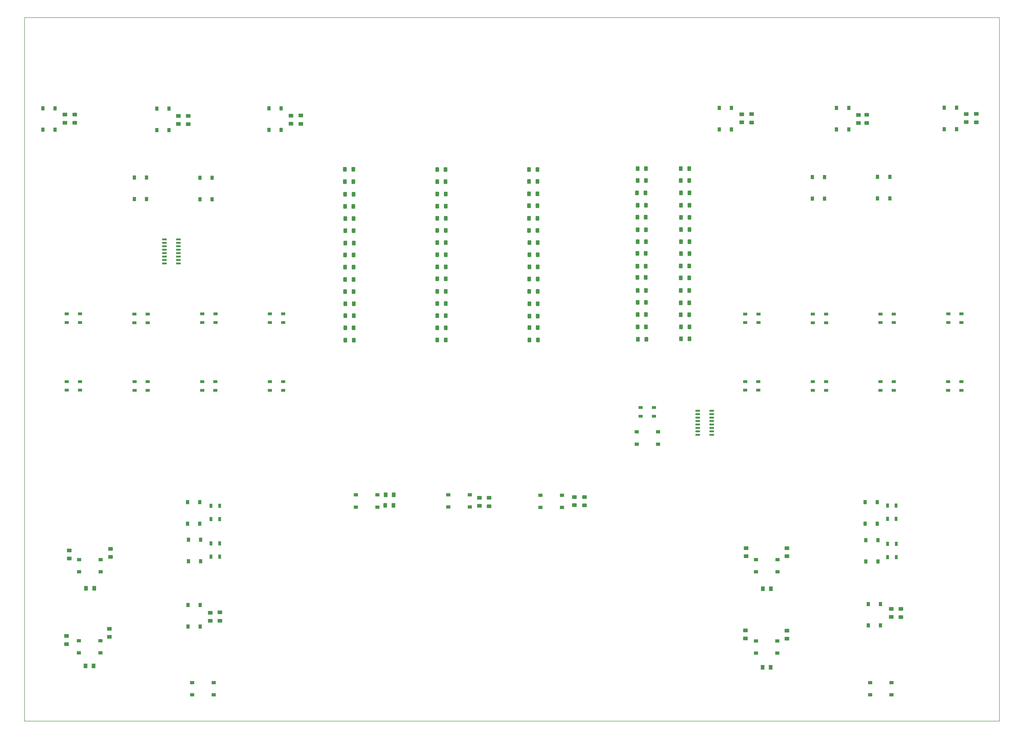
<source format=gtp>
%TF.GenerationSoftware,KiCad,Pcbnew,5.99.0-unknown-91e456113f~131~ubuntu20.04.1*%
%TF.CreationDate,2021-09-21T13:44:59+02:00*%
%TF.ProjectId,Mixduino,4d697864-7569-46e6-9f2e-6b696361645f,rev?*%
%TF.SameCoordinates,Original*%
%TF.FileFunction,Paste,Top*%
%TF.FilePolarity,Positive*%
%FSLAX46Y46*%
G04 Gerber Fmt 4.6, Leading zero omitted, Abs format (unit mm)*
G04 Created by KiCad (PCBNEW 5.99.0-unknown-91e456113f~131~ubuntu20.04.1) date 2021-09-21 13:44:59*
%MOMM*%
%LPD*%
G01*
G04 APERTURE LIST*
G04 Aperture macros list*
%AMRoundRect*
0 Rectangle with rounded corners*
0 $1 Rounding radius*
0 $2 $3 $4 $5 $6 $7 $8 $9 X,Y pos of 4 corners*
0 Add a 4 corners polygon primitive as box body*
4,1,4,$2,$3,$4,$5,$6,$7,$8,$9,$2,$3,0*
0 Add four circle primitives for the rounded corners*
1,1,$1+$1,$2,$3*
1,1,$1+$1,$4,$5*
1,1,$1+$1,$6,$7*
1,1,$1+$1,$8,$9*
0 Add four rect primitives between the rounded corners*
20,1,$1+$1,$2,$3,$4,$5,0*
20,1,$1+$1,$4,$5,$6,$7,0*
20,1,$1+$1,$6,$7,$8,$9,0*
20,1,$1+$1,$8,$9,$2,$3,0*%
G04 Aperture macros list end*
%TA.AperFunction,Profile*%
%ADD10C,0.150000*%
%TD*%
%ADD11RoundRect,0.250000X-0.625000X0.400000X-0.625000X-0.400000X0.625000X-0.400000X0.625000X0.400000X0*%
%ADD12R,1.300000X1.550000*%
%ADD13RoundRect,0.250000X0.400000X0.625000X-0.400000X0.625000X-0.400000X-0.625000X0.400000X-0.625000X0*%
%ADD14R,1.500000X1.000000*%
%ADD15R,1.550000X1.300000*%
%ADD16RoundRect,0.250000X0.625000X-0.400000X0.625000X0.400000X-0.625000X0.400000X-0.625000X-0.400000X0*%
%ADD17RoundRect,0.150000X-0.725000X-0.150000X0.725000X-0.150000X0.725000X0.150000X-0.725000X0.150000X0*%
%ADD18RoundRect,0.250001X-0.624999X0.462499X-0.624999X-0.462499X0.624999X-0.462499X0.624999X0.462499X0*%
%ADD19RoundRect,0.250001X0.624999X-0.462499X0.624999X0.462499X-0.624999X0.462499X-0.624999X-0.462499X0*%
%ADD20RoundRect,0.250001X-0.462499X-0.624999X0.462499X-0.624999X0.462499X0.624999X-0.462499X0.624999X0*%
%ADD21RoundRect,0.150000X0.725000X0.150000X-0.725000X0.150000X-0.725000X-0.150000X0.725000X-0.150000X0*%
%ADD22R,1.000000X1.500000*%
G04 APERTURE END LIST*
D10*
X479000000Y-311000000D02*
X119000000Y-311000000D01*
X119000000Y-311000000D02*
X119000000Y-51000000D01*
X479000000Y-51000000D02*
X479000000Y-311000000D01*
X119000000Y-51000000D02*
X479000000Y-51000000D01*
D11*
%TO.C,R5*%
X387500000Y-86650000D03*
X387500000Y-89750000D03*
%TD*%
D12*
%TO.C,SW25*%
X435030000Y-267675000D03*
X435030000Y-275625000D03*
X430530000Y-267675000D03*
X430530000Y-275625000D03*
%TD*%
%TO.C,SW16*%
X179490000Y-243945000D03*
X179490000Y-251895000D03*
X183990000Y-243945000D03*
X183990000Y-251895000D03*
%TD*%
D13*
%TO.C,R73*%
X348364800Y-124699000D03*
X345264800Y-124699000D03*
%TD*%
%TO.C,R67*%
X308484400Y-165503800D03*
X305384400Y-165503800D03*
%TD*%
%TO.C,R52*%
X274495437Y-165603800D03*
X271395437Y-165603800D03*
%TD*%
%TO.C,R63*%
X308434400Y-147603800D03*
X305334400Y-147603800D03*
%TD*%
D14*
%TO.C,NP2*%
X159555000Y-160504900D03*
X159555000Y-163704900D03*
X164455000Y-163704900D03*
X164455000Y-160504900D03*
%TD*%
D15*
%TO.C,SW13*%
X139105000Y-251280000D03*
X147055000Y-251280000D03*
X147055000Y-255780000D03*
X139105000Y-255780000D03*
%TD*%
D13*
%TO.C,R91*%
X364491200Y-138172000D03*
X361391200Y-138172000D03*
%TD*%
D14*
%TO.C,NP19*%
X346470000Y-195070000D03*
X346470000Y-198270000D03*
X351370000Y-198270000D03*
X351370000Y-195070000D03*
%TD*%
D16*
%TO.C,R2*%
X442600000Y-272550000D03*
X442600000Y-269450000D03*
%TD*%
D17*
%TO.C,SR-FB-LEFT1*%
X170625000Y-132955000D03*
X170625000Y-134225000D03*
X170625000Y-135495000D03*
X170625000Y-136765000D03*
X170625000Y-138035000D03*
X170625000Y-139305000D03*
X170625000Y-140575000D03*
X170625000Y-141845000D03*
X175775000Y-141845000D03*
X175775000Y-140575000D03*
X175775000Y-139305000D03*
X175775000Y-138035000D03*
X175775000Y-136765000D03*
X175775000Y-135495000D03*
X175775000Y-134225000D03*
X175775000Y-132955000D03*
%TD*%
D15*
%TO.C,SW28*%
X352955000Y-208580000D03*
X345005000Y-208580000D03*
X352955000Y-204080000D03*
X345005000Y-204080000D03*
%TD*%
D14*
%TO.C,NP13*%
X410065000Y-185510000D03*
X410065000Y-188710000D03*
X414965000Y-188710000D03*
X414965000Y-185510000D03*
%TD*%
D13*
%TO.C,R72*%
X348464800Y-120299000D03*
X345364800Y-120299000D03*
%TD*%
%TO.C,R85*%
X364391200Y-111172000D03*
X361291200Y-111172000D03*
%TD*%
D15*
%TO.C,SW26*%
X309513000Y-227452000D03*
X317463000Y-227452000D03*
X317463000Y-231952000D03*
X309513000Y-231952000D03*
%TD*%
D14*
%TO.C,NP1*%
X134570000Y-160480000D03*
X134570000Y-163680000D03*
X139470000Y-163680000D03*
X139470000Y-160480000D03*
%TD*%
D12*
%TO.C,SW10*%
X167810000Y-84555000D03*
X167810000Y-92505000D03*
X172310000Y-92505000D03*
X172310000Y-84555000D03*
%TD*%
%TO.C,SW24*%
X433870000Y-238015000D03*
X433870000Y-230065000D03*
X429370000Y-238015000D03*
X429370000Y-230065000D03*
%TD*%
D18*
%TO.C,D2*%
X439000000Y-269512500D03*
X439000000Y-272487500D03*
%TD*%
D13*
%TO.C,R60*%
X308484400Y-134103800D03*
X305384400Y-134103800D03*
%TD*%
D19*
%TO.C,D15*%
X150300000Y-279787500D03*
X150300000Y-276812500D03*
%TD*%
D13*
%TO.C,R58*%
X308384400Y-125103800D03*
X305284400Y-125103800D03*
%TD*%
D18*
%TO.C,D1*%
X322000000Y-228200000D03*
X322000000Y-231175000D03*
%TD*%
D13*
%TO.C,R25*%
X240363400Y-111605400D03*
X237263400Y-111605400D03*
%TD*%
D20*
%TO.C,D22*%
X391612500Y-262000000D03*
X394587500Y-262000000D03*
%TD*%
D19*
%TO.C,D19*%
X135500000Y-250900000D03*
X135500000Y-247925000D03*
%TD*%
D15*
%TO.C,SW18*%
X180885000Y-296720000D03*
X188835000Y-296720000D03*
X188835000Y-301220000D03*
X180885000Y-301220000D03*
%TD*%
D13*
%TO.C,R50*%
X274495437Y-156603800D03*
X271395437Y-156603800D03*
%TD*%
D18*
%TO.C,D9*%
X187600000Y-270900000D03*
X187600000Y-273875000D03*
%TD*%
D13*
%TO.C,R69*%
X348464800Y-106799000D03*
X345364800Y-106799000D03*
%TD*%
%TO.C,R26*%
X240463400Y-116205400D03*
X237363400Y-116205400D03*
%TD*%
D11*
%TO.C,R6*%
X221000000Y-87150000D03*
X221000000Y-90250000D03*
%TD*%
D13*
%TO.C,R84*%
X364391200Y-106772000D03*
X361291200Y-106772000D03*
%TD*%
%TO.C,R81*%
X348464800Y-160699000D03*
X345364800Y-160699000D03*
%TD*%
D19*
%TO.C,D3*%
X466700000Y-89587500D03*
X466700000Y-86612500D03*
%TD*%
D13*
%TO.C,R79*%
X348464800Y-151799000D03*
X345364800Y-151799000D03*
%TD*%
D15*
%TO.C,SW23*%
X396975000Y-281320000D03*
X389025000Y-281320000D03*
X396975000Y-285820000D03*
X389025000Y-285820000D03*
%TD*%
D19*
%TO.C,D5*%
X383800000Y-89687500D03*
X383800000Y-86712500D03*
%TD*%
D12*
%TO.C,SW4*%
X159500000Y-118015000D03*
X159500000Y-110065000D03*
X164000000Y-118015000D03*
X164000000Y-110065000D03*
%TD*%
D21*
%TO.C,SR-FB-RIGHT1*%
X372729200Y-205105000D03*
X372729200Y-203835000D03*
X372729200Y-202565000D03*
X372729200Y-201295000D03*
X372729200Y-200025000D03*
X372729200Y-198755000D03*
X372729200Y-197485000D03*
X372729200Y-196215000D03*
X367579200Y-196215000D03*
X367579200Y-197485000D03*
X367579200Y-198755000D03*
X367579200Y-200025000D03*
X367579200Y-201295000D03*
X367579200Y-202565000D03*
X367579200Y-203835000D03*
X367579200Y-205105000D03*
%TD*%
D13*
%TO.C,R43*%
X274495437Y-125103800D03*
X271395437Y-125103800D03*
%TD*%
%TO.C,R45*%
X274495437Y-134103800D03*
X271395437Y-134103800D03*
%TD*%
%TO.C,R55*%
X308384400Y-111503800D03*
X305284400Y-111503800D03*
%TD*%
%TO.C,R41*%
X274495437Y-116143800D03*
X271395437Y-116143800D03*
%TD*%
D19*
%TO.C,D6*%
X217400000Y-90187500D03*
X217400000Y-87212500D03*
%TD*%
D15*
%TO.C,SW19*%
X439145000Y-296744000D03*
X431195000Y-296744000D03*
X439145000Y-301244000D03*
X431195000Y-301244000D03*
%TD*%
D13*
%TO.C,R83*%
X348564800Y-169799000D03*
X345464800Y-169799000D03*
%TD*%
%TO.C,R97*%
X364491200Y-165272000D03*
X361391200Y-165272000D03*
%TD*%
%TO.C,R77*%
X348364800Y-142799000D03*
X345264800Y-142799000D03*
%TD*%
%TO.C,R30*%
X240563400Y-134305400D03*
X237463400Y-134305400D03*
%TD*%
%TO.C,R59*%
X308384400Y-129603800D03*
X305284400Y-129603800D03*
%TD*%
%TO.C,R89*%
X364491200Y-129272000D03*
X361391200Y-129272000D03*
%TD*%
D15*
%TO.C,SW14*%
X147025000Y-281250000D03*
X139075000Y-281250000D03*
X139075000Y-285750000D03*
X147025000Y-285750000D03*
%TD*%
D19*
%TO.C,D14*%
X400500000Y-280487500D03*
X400500000Y-277512500D03*
%TD*%
D13*
%TO.C,R48*%
X274495437Y-147503800D03*
X271395437Y-147503800D03*
%TD*%
%TO.C,R27*%
X240413400Y-120705400D03*
X237313400Y-120705400D03*
%TD*%
%TO.C,R78*%
X348364800Y-146999000D03*
X345264800Y-146999000D03*
%TD*%
D19*
%TO.C,D7*%
X175800000Y-90287500D03*
X175800000Y-87312500D03*
%TD*%
D12*
%TO.C,SW7*%
X423320000Y-92305000D03*
X423320000Y-84355000D03*
X418820000Y-92305000D03*
X418820000Y-84355000D03*
%TD*%
D13*
%TO.C,R42*%
X274495437Y-120603800D03*
X271395437Y-120603800D03*
%TD*%
D12*
%TO.C,SW17*%
X179330000Y-275985000D03*
X179330000Y-268035000D03*
X183830000Y-275985000D03*
X183830000Y-268035000D03*
%TD*%
D13*
%TO.C,R64*%
X308434400Y-152103800D03*
X305334400Y-152103800D03*
%TD*%
%TO.C,R32*%
X240463400Y-143205400D03*
X237363400Y-143205400D03*
%TD*%
%TO.C,R40*%
X274445437Y-111603800D03*
X271345437Y-111603800D03*
%TD*%
%TO.C,R44*%
X274495437Y-129603800D03*
X271395437Y-129603800D03*
%TD*%
D14*
%TO.C,NP7*%
X184555000Y-185504900D03*
X184555000Y-188704900D03*
X189455000Y-188704900D03*
X189455000Y-185504900D03*
%TD*%
D13*
%TO.C,R90*%
X364491200Y-133772000D03*
X361391200Y-133772000D03*
%TD*%
%TO.C,R54*%
X308384400Y-107103800D03*
X305284400Y-107103800D03*
%TD*%
D16*
%TO.C,R1*%
X325700000Y-231250000D03*
X325700000Y-228150000D03*
%TD*%
D18*
%TO.C,D11*%
X287000000Y-228412500D03*
X287000000Y-231387500D03*
%TD*%
D15*
%TO.C,SW22*%
X397025000Y-251250000D03*
X389075000Y-251250000D03*
X389075000Y-255750000D03*
X397025000Y-255750000D03*
%TD*%
D13*
%TO.C,R37*%
X240513200Y-165633400D03*
X237413200Y-165633400D03*
%TD*%
%TO.C,R75*%
X348464800Y-133799000D03*
X345364800Y-133799000D03*
%TD*%
D12*
%TO.C,SW12*%
X209230000Y-84475000D03*
X209230000Y-92425000D03*
X213730000Y-84475000D03*
X213730000Y-92425000D03*
%TD*%
%TO.C,SW3*%
X409880000Y-117865000D03*
X409880000Y-109915000D03*
X414380000Y-117865000D03*
X414380000Y-109915000D03*
%TD*%
D19*
%TO.C,D21*%
X150700000Y-250275000D03*
X150700000Y-247300000D03*
%TD*%
D13*
%TO.C,R49*%
X274495437Y-152160273D03*
X271395437Y-152160273D03*
%TD*%
%TO.C,R71*%
X348264800Y-115699000D03*
X345164800Y-115699000D03*
%TD*%
%TO.C,R70*%
X348464800Y-111199000D03*
X345364800Y-111199000D03*
%TD*%
D20*
%TO.C,D16*%
X391512500Y-291100000D03*
X394487500Y-291100000D03*
%TD*%
D13*
%TO.C,R82*%
X348464800Y-165299000D03*
X345364800Y-165299000D03*
%TD*%
%TO.C,R46*%
X274495437Y-138603800D03*
X271395437Y-138603800D03*
%TD*%
D20*
%TO.C,D17*%
X141512500Y-290600000D03*
X144487500Y-290600000D03*
%TD*%
D19*
%TO.C,D13*%
X134500000Y-282487500D03*
X134500000Y-279512500D03*
%TD*%
D12*
%TO.C,SW11*%
X375540000Y-92305000D03*
X375540000Y-84355000D03*
X380040000Y-92305000D03*
X380040000Y-84355000D03*
%TD*%
D19*
%TO.C,D18*%
X385400000Y-249987500D03*
X385400000Y-247012500D03*
%TD*%
D12*
%TO.C,SW8*%
X458610000Y-84205000D03*
X458610000Y-92155000D03*
X463110000Y-92155000D03*
X463110000Y-84205000D03*
%TD*%
D14*
%TO.C,NP5*%
X134580000Y-185460000D03*
X134580000Y-188660000D03*
X139480000Y-188660000D03*
X139480000Y-185460000D03*
%TD*%
D13*
%TO.C,R56*%
X308384400Y-116103800D03*
X305284400Y-116103800D03*
%TD*%
D16*
%TO.C,R11*%
X290500000Y-231550000D03*
X290500000Y-228450000D03*
%TD*%
D11*
%TO.C,R8*%
X137500000Y-86750000D03*
X137500000Y-89850000D03*
%TD*%
D22*
%TO.C,NP9*%
X187830000Y-236270000D03*
X191030000Y-236270000D03*
X191030000Y-231370000D03*
X187830000Y-231370000D03*
%TD*%
D13*
%TO.C,R53*%
X274495437Y-170103800D03*
X271395437Y-170103800D03*
%TD*%
D14*
%TO.C,NP16*%
X435055000Y-160494900D03*
X435055000Y-163694900D03*
X439955000Y-163694900D03*
X439955000Y-160494900D03*
%TD*%
D13*
%TO.C,R57*%
X308384400Y-120503800D03*
X305284400Y-120503800D03*
%TD*%
D14*
%TO.C,NP3*%
X184590000Y-160460000D03*
X184590000Y-163660000D03*
X189490000Y-163660000D03*
X189490000Y-160460000D03*
%TD*%
%TO.C,NP14*%
X385050000Y-185470000D03*
X385050000Y-188670000D03*
X389950000Y-188670000D03*
X389950000Y-185470000D03*
%TD*%
D19*
%TO.C,D12*%
X385200000Y-280387500D03*
X385200000Y-277412500D03*
%TD*%
D12*
%TO.C,SW6*%
X188260000Y-110145000D03*
X188260000Y-118095000D03*
X183760000Y-110145000D03*
X183760000Y-118095000D03*
%TD*%
D11*
%TO.C,R3*%
X470400000Y-86550000D03*
X470400000Y-89650000D03*
%TD*%
D14*
%TO.C,NP8*%
X209590000Y-185480000D03*
X209590000Y-188680000D03*
X214490000Y-188680000D03*
X214490000Y-185480000D03*
%TD*%
%TO.C,NP12*%
X435030000Y-185490000D03*
X435030000Y-188690000D03*
X439930000Y-188690000D03*
X439930000Y-185490000D03*
%TD*%
D22*
%TO.C,NP10*%
X187840000Y-250170000D03*
X191040000Y-250170000D03*
X191040000Y-245270000D03*
X187840000Y-245270000D03*
%TD*%
D13*
%TO.C,R92*%
X364391200Y-142772000D03*
X361291200Y-142772000D03*
%TD*%
%TO.C,R74*%
X348464800Y-129399000D03*
X345364800Y-129399000D03*
%TD*%
%TO.C,R29*%
X240513400Y-129705400D03*
X237413400Y-129705400D03*
%TD*%
D11*
%TO.C,R4*%
X430000000Y-86850000D03*
X430000000Y-89950000D03*
%TD*%
D13*
%TO.C,R35*%
X240563400Y-156705400D03*
X237463400Y-156705400D03*
%TD*%
D19*
%TO.C,D20*%
X400500000Y-249987500D03*
X400500000Y-247012500D03*
%TD*%
D20*
%TO.C,D10*%
X252312500Y-227300000D03*
X255287500Y-227300000D03*
%TD*%
%TO.C,D23*%
X141712500Y-261900000D03*
X144687500Y-261900000D03*
%TD*%
D13*
%TO.C,R24*%
X240363400Y-107005400D03*
X237263400Y-107005400D03*
%TD*%
%TO.C,R36*%
X240563400Y-161105400D03*
X237463400Y-161105400D03*
%TD*%
D22*
%TO.C,NP20*%
X437630000Y-236190000D03*
X440830000Y-236190000D03*
X440830000Y-231290000D03*
X437630000Y-231290000D03*
%TD*%
D13*
%TO.C,R65*%
X308484400Y-156703800D03*
X305384400Y-156703800D03*
%TD*%
D14*
%TO.C,NP4*%
X209575000Y-160474900D03*
X209575000Y-163674900D03*
X214475000Y-163674900D03*
X214475000Y-160474900D03*
%TD*%
D15*
%TO.C,SW21*%
X275463000Y-227312000D03*
X283413000Y-227312000D03*
X275463000Y-231812000D03*
X283413000Y-231812000D03*
%TD*%
D13*
%TO.C,R34*%
X240463400Y-152205400D03*
X237363400Y-152205400D03*
%TD*%
D14*
%TO.C,NP6*%
X159585000Y-185504900D03*
X159585000Y-188704900D03*
X164485000Y-188704900D03*
X164485000Y-185504900D03*
%TD*%
%TO.C,NP11*%
X460055000Y-185484900D03*
X460055000Y-188684900D03*
X464955000Y-188684900D03*
X464955000Y-185484900D03*
%TD*%
D13*
%TO.C,R28*%
X240513400Y-125205400D03*
X237413400Y-125205400D03*
%TD*%
D16*
%TO.C,R9*%
X191100000Y-273850000D03*
X191100000Y-270750000D03*
%TD*%
D12*
%TO.C,SW27*%
X429600000Y-244055000D03*
X429600000Y-252005000D03*
X434100000Y-244055000D03*
X434100000Y-252005000D03*
%TD*%
D14*
%TO.C,NP17*%
X410035000Y-160504900D03*
X410035000Y-163704900D03*
X414935000Y-163704900D03*
X414935000Y-160504900D03*
%TD*%
D13*
%TO.C,R61*%
X308484400Y-138603800D03*
X305384400Y-138603800D03*
%TD*%
D14*
%TO.C,NP15*%
X460060000Y-160470000D03*
X460060000Y-163670000D03*
X464960000Y-163670000D03*
X464960000Y-160470000D03*
%TD*%
D13*
%TO.C,R66*%
X308484400Y-161303800D03*
X305384400Y-161303800D03*
%TD*%
%TO.C,R62*%
X308484400Y-143103800D03*
X305384400Y-143103800D03*
%TD*%
%TO.C,R10*%
X255250000Y-231200000D03*
X252150000Y-231200000D03*
%TD*%
%TO.C,R38*%
X240563400Y-170205400D03*
X237463400Y-170205400D03*
%TD*%
%TO.C,R51*%
X274495437Y-161103800D03*
X271395437Y-161103800D03*
%TD*%
%TO.C,R94*%
X364391200Y-151772000D03*
X361291200Y-151772000D03*
%TD*%
%TO.C,R47*%
X274495437Y-143103800D03*
X271395437Y-143103800D03*
%TD*%
%TO.C,R88*%
X364491200Y-124772000D03*
X361391200Y-124772000D03*
%TD*%
%TO.C,R98*%
X364491200Y-169672000D03*
X361391200Y-169672000D03*
%TD*%
D19*
%TO.C,D8*%
X133900000Y-89787500D03*
X133900000Y-86812500D03*
%TD*%
D12*
%TO.C,SW5*%
X438470000Y-109785000D03*
X438470000Y-117735000D03*
X433970000Y-109785000D03*
X433970000Y-117735000D03*
%TD*%
D22*
%TO.C,NP21*%
X437670000Y-250360000D03*
X440870000Y-250360000D03*
X440870000Y-245460000D03*
X437670000Y-245460000D03*
%TD*%
D13*
%TO.C,R33*%
X240462400Y-147701000D03*
X237362400Y-147701000D03*
%TD*%
D12*
%TO.C,SW15*%
X179160000Y-237975000D03*
X179160000Y-230025000D03*
X183660000Y-237975000D03*
X183660000Y-230025000D03*
%TD*%
D13*
%TO.C,R96*%
X364391200Y-160772000D03*
X361291200Y-160772000D03*
%TD*%
D11*
%TO.C,R7*%
X179400000Y-87250000D03*
X179400000Y-90350000D03*
%TD*%
D13*
%TO.C,R95*%
X364391200Y-156372000D03*
X361291200Y-156372000D03*
%TD*%
D19*
%TO.C,D4*%
X426900000Y-89887500D03*
X426900000Y-86912500D03*
%TD*%
D13*
%TO.C,R39*%
X274445437Y-107103800D03*
X271345437Y-107103800D03*
%TD*%
%TO.C,R76*%
X348364800Y-138099000D03*
X345264800Y-138099000D03*
%TD*%
D15*
%TO.C,SW20*%
X249293000Y-227362000D03*
X241343000Y-227362000D03*
X249293000Y-231862000D03*
X241343000Y-231862000D03*
%TD*%
D13*
%TO.C,R87*%
X364491200Y-120272000D03*
X361391200Y-120272000D03*
%TD*%
%TO.C,R68*%
X308534400Y-170103800D03*
X305434400Y-170103800D03*
%TD*%
%TO.C,R31*%
X240463400Y-138705400D03*
X237363400Y-138705400D03*
%TD*%
%TO.C,R86*%
X364491200Y-115772000D03*
X361391200Y-115772000D03*
%TD*%
D12*
%TO.C,SW9*%
X125740000Y-84455000D03*
X125740000Y-92405000D03*
X130240000Y-84455000D03*
X130240000Y-92405000D03*
%TD*%
D14*
%TO.C,NP18*%
X385060000Y-160490000D03*
X385060000Y-163690000D03*
X389960000Y-163690000D03*
X389960000Y-160490000D03*
%TD*%
D13*
%TO.C,R93*%
X364391200Y-147172000D03*
X361291200Y-147172000D03*
%TD*%
%TO.C,R80*%
X348464800Y-156199000D03*
X345364800Y-156199000D03*
%TD*%
M02*

</source>
